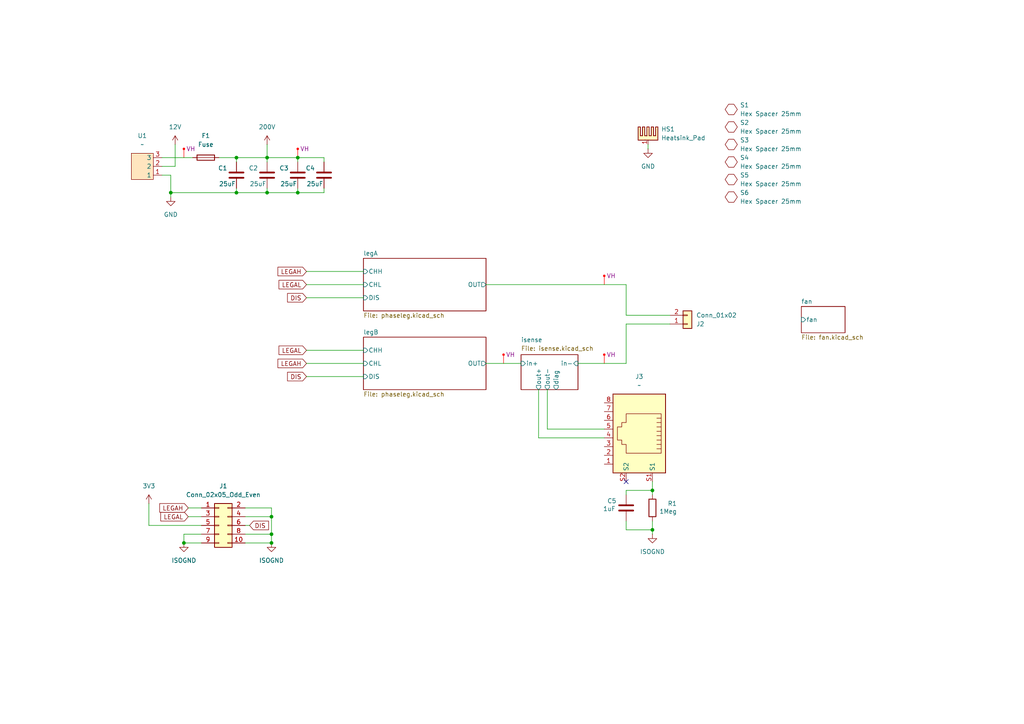
<source format=kicad_sch>
(kicad_sch (version 20250114) (generator "eeschema") (generator_version "9.0")
  (paper "A4")
  (title_block (title "MDriver2 Power Top") (date "2025-08-01") (rev "0.1"))
  (lib_symbols
    (symbol "Connector_Generic:Conn_01x02" (pin_names (offset 1.016) (hide yes))
      (property "Reference" "J" (at 0 2.54 0))
      (property "Value" "Conn_01x02" (at 0 -5.08 0))
      (symbol "Conn_01x02_1_1"
        (rectangle (start -1.27 1.27) (end 1.27 -3.81) (stroke (width 0.254)) (fill (type background)))
        (rectangle (start -1.27 0.127) (end 0 -0.127) (stroke (width 0.1524)))
        (rectangle (start -1.27 -2.413) (end 0 -2.667) (stroke (width 0.1524)))
        (pin passive line (at -5.08 0 0) (length 3.81) (name "Pin_1") (number "1"))
        (pin passive line (at -5.08 -2.54 0) (length 3.81) (name "Pin_2") (number "2"))
      )
    )
    (symbol "Connector_Generic:Conn_02x05_Odd_Even" (pin_names (offset 1.016) (hide yes))
      (property "Reference" "J" (at 1.27 7.62 0))
      (property "Value" "Conn_02x05_Odd_Even" (at 1.27 -7.62 0))
      (symbol "Conn_02x05_Odd_Even_1_1"
        (rectangle (start -1.27 6.35) (end 3.81 -6.35) (stroke (width 0.254)) (fill (type background)))
        (rectangle (start -1.27 5.207) (end 0 4.953) (stroke (width 0.1524)))
        (rectangle (start -1.27 2.667) (end 0 2.413) (stroke (width 0.1524)))
        (rectangle (start -1.27 0.127) (end 0 -0.127) (stroke (width 0.1524)))
        (rectangle (start -1.27 -2.413) (end 0 -2.667) (stroke (width 0.1524)))
        (rectangle (start -1.27 -4.953) (end 0 -5.207) (stroke (width 0.1524)))
        (rectangle (start 3.81 5.207) (end 2.54 4.953) (stroke (width 0.1524)))
        (rectangle (start 3.81 2.667) (end 2.54 2.413) (stroke (width 0.1524)))
        (rectangle (start 3.81 0.127) (end 2.54 -0.127) (stroke (width 0.1524)))
        (rectangle (start 3.81 -2.413) (end 2.54 -2.667) (stroke (width 0.1524)))
        (rectangle (start 3.81 -4.953) (end 2.54 -5.207) (stroke (width 0.1524)))
        (pin passive line (at -5.08 5.08 0) (length 3.81) (name "Pin_1") (number "1"))
        (pin passive line (at -5.08 2.54 0) (length 3.81) (name "Pin_3") (number "3"))
        (pin passive line (at -5.08 0 0) (length 3.81) (name "Pin_5") (number "5"))
        (pin passive line (at -5.08 -2.54 0) (length 3.81) (name "Pin_7") (number "7"))
        (pin passive line (at -5.08 -5.08 0) (length 3.81) (name "Pin_9") (number "9"))
        (pin passive line (at 7.62 5.08 180) (length 3.81) (name "Pin_2") (number "2"))
        (pin passive line (at 7.62 2.54 180) (length 3.81) (name "Pin_4") (number "4"))
        (pin passive line (at 7.62 0 180) (length 3.81) (name "Pin_6") (number "6"))
        (pin passive line (at 7.62 -2.54 180) (length 3.81) (name "Pin_8") (number "8"))
        (pin passive line (at 7.62 -5.08 180) (length 3.81) (name "Pin_10") (number "10"))
      )
    )
    (symbol "Device:C" (pin_numbers (hide yes)) (pin_names (offset 0.254))
      (property "Reference" "C" (at 0.635 2.54 0))
      (property "Value" "C" (at 0.635 -2.54 0))
      (symbol "C_0_1"
        (polyline (pts (xy -2.032 0.762) (xy 2.032 0.762)) (stroke (width 0.508)))
        (polyline (pts (xy -2.032 -0.762) (xy 2.032 -0.762)) (stroke (width 0.508)))
      )
      (symbol "C_1_1"
        (pin passive line (at 0 3.81 270) (length 2.794) (name "~") (number "1"))
        (pin passive line (at 0 -3.81 90) (length 2.794) (name "~") (number "2"))
      )
    )
    (symbol "Device:Fuse" (pin_numbers (hide yes)) (pin_names (offset 0))
      (property "Reference" "F" (at 2.032 0 90))
      (property "Value" "Fuse" (at -1.905 0 90))
      (symbol "Fuse_0_1"
        (rectangle (start -0.762 -2.54) (end 0.762 2.54) (stroke (width 0.254)))
        (polyline (pts (xy 0 2.54) (xy 0 -2.54)))
      )
      (symbol "Fuse_1_1"
        (pin passive line (at 0 3.81 270) (length 1.27) (name "~") (number "1"))
        (pin passive line (at 0 -3.81 90) (length 1.27) (name "~") (number "2"))
      )
    )
    (symbol "Device:R" (pin_numbers (hide yes)) (pin_names (offset 0))
      (property "Reference" "R" (at 2.032 0 90))
      (property "Value" "R" (at 0 0 90))
      (symbol "R_0_1"
        (rectangle (start -1.016 -2.54) (end 1.016 2.54) (stroke (width 0.254)))
      )
      (symbol "R_1_1"
        (pin passive line (at 0 3.81 270) (length 1.27) (name "~") (number "1"))
        (pin passive line (at 0 -3.81 90) (length 1.27) (name "~") (number "2"))
      )
    )
    (symbol "Mechanical:Heatsink_Pad" (pin_names (offset 0))
      (property "Reference" "HS" (at 0 5.715 0))
      (property "Value" "Heatsink_Pad" (at 0 3.81 0))
      (symbol "Heatsink_Pad_0_1"
        (polyline (pts (xy -0.3302 0) (xy -0.9652 0) (xy -0.9652 2.54) (xy -1.6002 2.54) (xy -1.6002 0) (xy -2.2352 0) (xy -2.2352 2.54) (xy -2.8702 2.54) (xy -2.8702 -1.27) (xy -0.9652 -1.27)) (stroke (width 0.254)) (fill (type background)))
        (polyline (pts (xy -0.3302 0) (xy -0.3302 2.54) (xy 0.3048 2.54) (xy 0.3048 0) (xy 0.9398 0) (xy 0.9398 2.54) (xy 1.5748 2.54) (xy 1.5748 0) (xy 2.2098 0) (xy 2.2098 2.54) (xy 2.8448 2.54) (xy 2.8448 -1.27) (xy -0.9652 -1.27)) (stroke (width 0.254)) (fill (type background)))
      )
      (symbol "Heatsink_Pad_1_1"
        (pin passive line (at 0 -2.54 90) (length 1.27) (name "~") (number "1"))
      )
    )
    (symbol "mdriver_symbols:RJ45"
      (property "Reference" "U" (at -9.906 13.716 0))
      (symbol "RJ45_0_1"
        (polyline (pts (xy -6.35 0.635) (xy -5.08 0.635) (xy -5.08 0.635)))
        (polyline (pts (xy -6.35 -0.635) (xy -5.08 -0.635) (xy -5.08 -0.635)))
        (polyline (pts (xy -6.35 -1.905) (xy -5.08 -1.905) (xy -5.08 -1.905)))
        (polyline (pts (xy -6.35 -3.175) (xy -5.08 -3.175) (xy -5.08 -3.175)))
        (polyline (pts (xy -6.35 -4.445) (xy -5.08 -4.445) (xy -5.08 -4.445)))
        (polyline (pts (xy -6.35 -5.715) (xy -6.35 5.715) (xy 3.81 5.715) (xy 3.81 3.175) (xy 5.08 3.175) (xy 5.08 1.905) (xy 6.35 1.905) (xy 6.35 -1.905) (xy 5.08 -1.905) (xy 5.08 -3.175) (xy 3.81 -3.175) (xy 3.81 -5.715) (xy -6.35 -5.715) (xy -6.35 -5.715)))
        (polyline (pts (xy -5.08 4.445) (xy -6.35 4.445)))
        (polyline (pts (xy -5.08 3.175) (xy -6.35 3.175)))
        (polyline (pts (xy -5.08 1.905) (xy -6.35 1.905) (xy -6.35 1.905)))
        (rectangle (start 7.62 11.43) (end -7.62 -11.43) (stroke (width 0.254)) (fill (type background)))
      )
      (symbol "RJ45_1_1"
        (pin passive line (at -3.81 -13.97 90) (length 2.54) (name "S1") (number "S1"))
        (pin passive line (at 3.81 -13.97 90) (length 2.54) (name "S2") (number "S2"))
        (pin passive line (at 10.16 8.89 180) (length 2.54) (name "~") (number "8"))
        (pin passive line (at 10.16 6.35 180) (length 2.54) (name "~") (number "7"))
        (pin passive line (at 10.16 3.81 180) (length 2.54) (name "~") (number "6"))
        (pin passive line (at 10.16 1.27 180) (length 2.54) (name "~") (number "5"))
        (pin passive line (at 10.16 -1.27 180) (length 2.54) (name "~") (number "4"))
        (pin passive line (at 10.16 -3.81 180) (length 2.54) (name "~") (number "3"))
        (pin passive line (at 10.16 -6.35 180) (length 2.54) (name "~") (number "2"))
        (pin passive line (at 10.16 -8.89 180) (length 2.54) (name "~") (number "1"))
      )
    )
    (symbol "mdriver_symbols:hex_spacer"
      (property "Reference" "S" (at 0 2.794 0))
      (symbol "hex_spacer_0_1"
        (polyline (pts (xy -0.762 1.524) (xy 0.762 1.524) (xy 1.778 0) (xy 0.762 -1.524) (xy -0.762 -1.524) (xy -1.778 0) (xy -0.762 1.524)))
      )
    )
    (symbol "mdriver_symbols:power_connector_3pin"
      (property "Reference" "U" (at -2.032 4.826 0))
      (symbol "power_connector_3pin_1_1"
        (rectangle (start 0 3.81) (end 6.35 -3.81) (fill (type color) (color 255 229 191 1)))
        (pin input line (at -2.54 2.54 0) (length 2.54) (name "1") (number "1"))
        (pin input line (at -2.54 0 0) (length 2.54) (name "2") (number "2"))
        (pin input line (at -2.54 -2.54 0) (length 2.54) (name "3") (number "3"))
      )
    )
    (symbol "power:+3V3" (power) (pin_numbers (hide yes)) (pin_names (offset 0) (hide yes))
      (property "Value" "+3V3" (at 0 3.556 0))
      (symbol "+3V3_0_1"
        (polyline (pts (xy -0.762 1.27) (xy 0 2.54)))
        (polyline (pts (xy 0 2.54) (xy 0.762 1.27)))
        (polyline (pts (xy 0 0) (xy 0 2.54)))
      )
      (symbol "+3V3_1_1"
        (pin power_in line (at 0 0 90) (length 0) (name "~") (number "1"))
      )
    )
    (symbol "power:GND" (power) (pin_numbers (hide yes)) (pin_names (offset 0) (hide yes))
      (property "Value" "GND" (at 0 -3.81 0))
      (symbol "GND_0_1"
        (polyline (pts (xy 0 0) (xy 0 -1.27) (xy 1.27 -1.27) (xy 0 -2.54) (xy -1.27 -1.27) (xy 0 -1.27)))
      )
      (symbol "GND_1_1"
        (pin power_in line (at 0 0 270) (length 0) (name "~") (number "1"))
      )
    )
    (symbol "power:VDD" (power) (pin_numbers (hide yes)) (pin_names (offset 0) (hide yes))
      (property "Value" "VDD" (at 0 3.556 0))
      (symbol "VDD_0_1"
        (polyline (pts (xy -0.762 1.27) (xy 0 2.54)))
        (polyline (pts (xy 0 2.54) (xy 0.762 1.27)))
        (polyline (pts (xy 0 0) (xy 0 2.54)))
      )
      (symbol "VDD_1_1"
        (pin power_in line (at 0 0 90) (length 0) (name "~") (number "1"))
      )
    )
  )
  (junction (at 78.74 149.86))
  (junction (at 68.58 45.72))
  (junction (at 86.36 55.88))
  (junction (at 53.34 157.48))
  (junction (at 78.74 154.94))
  (junction (at 86.36 45.72))
  (junction (at 68.58 55.88))
  (junction (at 49.53 55.88))
  (junction (at 77.47 45.72))
  (junction (at 77.47 55.88))
  (junction (at 189.23 153.67))
  (junction (at 189.23 142.24))
  (junction (at 78.74 157.48))
  (no_connect (at 181.61 139.7))
  (wire (pts (xy 93.98 45.72) (xy 86.36 45.72)))
  (wire (pts (xy 194.31 93.98) (xy 181.61 93.98)))
  (wire (pts (xy 88.9 82.55) (xy 105.41 82.55)))
  (wire (pts (xy 181.61 142.24) (xy 189.23 142.24)))
  (wire (pts (xy 78.74 149.86) (xy 78.74 154.94)))
  (wire (pts (xy 54.61 147.32) (xy 58.42 147.32)))
  (wire (pts (xy 181.61 142.24) (xy 181.61 143.51)))
  (wire (pts (xy 140.97 82.55) (xy 181.61 82.55)))
  (wire (pts (xy 88.9 105.41) (xy 105.41 105.41)))
  (wire (pts (xy 50.8 48.26) (xy 50.8 41.91)))
  (wire (pts (xy 58.42 154.94) (xy 53.34 154.94)))
  (wire (pts (xy 93.98 46.99) (xy 93.98 45.72)))
  (wire (pts (xy 181.61 93.98) (xy 181.61 105.41)))
  (wire (pts (xy 167.64 105.41) (xy 181.61 105.41)))
  (wire (pts (xy 63.5 45.72) (xy 68.58 45.72)))
  (wire (pts (xy 53.34 154.94) (xy 53.34 157.48)))
  (wire (pts (xy 68.58 45.72) (xy 68.58 46.99)))
  (wire (pts (xy 78.74 154.94) (xy 78.74 157.48)))
  (wire (pts (xy 71.12 154.94) (xy 78.74 154.94)))
  (wire (pts (xy 78.74 147.32) (xy 78.74 149.86)))
  (wire (pts (xy 158.75 124.46) (xy 158.75 113.03)))
  (wire (pts (xy 53.34 157.48) (xy 58.42 157.48)))
  (wire (pts (xy 88.9 101.6) (xy 105.41 101.6)))
  (wire (pts (xy 93.98 55.88) (xy 86.36 55.88)))
  (wire (pts (xy 71.12 157.48) (xy 78.74 157.48)))
  (wire (pts (xy 77.47 54.61) (xy 77.47 55.88)))
  (wire (pts (xy 181.61 151.13) (xy 181.61 153.67)))
  (wire (pts (xy 175.26 127) (xy 156.21 127)))
  (wire (pts (xy 86.36 45.72) (xy 86.36 46.99)))
  (wire (pts (xy 189.23 151.13) (xy 189.23 153.67)))
  (wire (pts (xy 88.9 86.36) (xy 105.41 86.36)))
  (wire (pts (xy 181.61 153.67) (xy 189.23 153.67)))
  (wire (pts (xy 43.18 146.05) (xy 43.18 152.4)))
  (wire (pts (xy 175.26 124.46) (xy 158.75 124.46)))
  (wire (pts (xy 71.12 147.32) (xy 78.74 147.32)))
  (wire (pts (xy 49.53 55.88) (xy 68.58 55.88)))
  (wire (pts (xy 88.9 78.74) (xy 105.41 78.74)))
  (wire (pts (xy 58.42 152.4) (xy 43.18 152.4)))
  (wire (pts (xy 71.12 152.4) (xy 72.39 152.4)))
  (wire (pts (xy 181.61 82.55) (xy 181.61 91.44)))
  (wire (pts (xy 189.23 139.7) (xy 189.23 142.24)))
  (wire (pts (xy 156.21 127) (xy 156.21 113.03)))
  (wire (pts (xy 181.61 91.44) (xy 194.31 91.44)))
  (wire (pts (xy 86.36 54.61) (xy 86.36 55.88)))
  (wire (pts (xy 71.12 149.86) (xy 78.74 149.86)))
  (wire (pts (xy 187.96 41.91) (xy 187.96 43.18)))
  (wire (pts (xy 49.53 55.88) (xy 49.53 57.15)))
  (wire (pts (xy 86.36 45.72) (xy 77.47 45.72)))
  (wire (pts (xy 189.23 143.51) (xy 189.23 142.24)))
  (wire (pts (xy 140.97 105.41) (xy 151.13 105.41)))
  (wire (pts (xy 68.58 54.61) (xy 68.58 55.88)))
  (wire (pts (xy 77.47 45.72) (xy 77.47 46.99)))
  (wire (pts (xy 49.53 50.8) (xy 49.53 55.88)))
  (wire (pts (xy 46.99 45.72) (xy 55.88 45.72)))
  (wire (pts (xy 46.99 48.26) (xy 50.8 48.26)))
  (wire (pts (xy 77.47 41.91) (xy 77.47 45.72)))
  (wire (pts (xy 54.61 149.86) (xy 58.42 149.86)))
  (wire (pts (xy 93.98 54.61) (xy 93.98 55.88)))
  (wire (pts (xy 46.99 50.8) (xy 49.53 50.8)))
  (wire (pts (xy 77.47 45.72) (xy 68.58 45.72)))
  (wire (pts (xy 88.9 109.22) (xy 105.41 109.22)))
  (wire (pts (xy 77.47 55.88) (xy 68.58 55.88)))
  (wire (pts (xy 189.23 153.67) (xy 189.23 154.94)))
  (wire (pts (xy 77.47 55.88) (xy 86.36 55.88)))
  (global_label "DIS" (shape input) (at 88.9 86.36 180) (property "Intersheetrefs" "${INTERSHEET_REFS}" (effects (hide yes))))
  (global_label "DIS" (shape input) (at 72.39 152.4 0) (property "Intersheetrefs" "${INTERSHEET_REFS}" (effects (hide yes))))
  (global_label "LEGAH" (shape input) (at 88.9 105.41 180) (property "Intersheetrefs" "${INTERSHEET_REFS}" (effects (hide yes))))
  (global_label "LEGAL" (shape input) (at 88.9 82.55 180) (property "Intersheetrefs" "${INTERSHEET_REFS}" (effects (hide yes))))
  (global_label "DIS" (shape input) (at 88.9 109.22 180) (property "Intersheetrefs" "${INTERSHEET_REFS}" (effects (hide yes))))
  (global_label "LEGAL" (shape input) (at 88.9 101.6 180) (property "Intersheetrefs" "${INTERSHEET_REFS}" (effects (hide yes))))
  (global_label "LEGAH" (shape input) (at 54.61 147.32 180) (property "Intersheetrefs" "${INTERSHEET_REFS}" (effects (hide yes))))
  (global_label "LEGAL" (shape input) (at 54.61 149.86 180) (property "Intersheetrefs" "${INTERSHEET_REFS}" (effects (hide yes))))
  (global_label "LEGAH" (shape input) (at 88.9 78.74 180) (property "Intersheetrefs" "${INTERSHEET_REFS}" (effects (hide yes))))
  (netclass_flag "" (length 2.54) (shape dot) (at 175.26 105.41 0) (property "Netclass" "VH" (at 175.9585 102.87 0) (effects (justify left))))
  (netclass_flag "" (length 2.54) (shape dot) (at 175.26 82.55 0) (property "Netclass" "VH" (at 175.9585 80.01 0) (effects (justify left))))
  (netclass_flag "" (length 2.54) (shape dot) (at 146.05 105.41 0) (property "Netclass" "VH" (at 146.7485 102.87 0) (effects (justify left))))
  (netclass_flag "" (length 2.54) (shape dot) (at 53.34 45.72 0) (property "Netclass" "VH" (at 54.0385 43.18 0) (effects (justify left))))
  (netclass_flag "" (length 2.54) (shape dot) (at 86.36 45.72 0) (property "Netclass" "VH" (at 87.0585 43.18 0) (effects (justify left))))
  (symbol (lib_id "power:GND") (at 53.34 157.48 0) (unit 1)
    (property "Reference" "#PWR04" (effects (hide yes)))
    (property "Value" "ISOGND" (at 53.34 162.56 0))
    (property "Description" "Power symbol creates a global label with name \"GND\" , ground" (effects (hide yes)))
  )
  (symbol (lib_id "power:GND") (at 49.53 57.15 0) (unit 1)
    (property "Reference" "#PWR02" (effects (hide yes)))
    (property "Value" "GND" (at 49.53 62.23 0))
    (property "Description" "Power symbol creates a global label with name \"GND\" , ground" (effects (hide yes)))
  )
  (symbol (lib_id "mdriver_symbols:hex_spacer") (at 212.09 52.07 0) (unit 1) (in_bom no)
    (property "Reference" "S5" (at 214.63 50.7999 0) (effects (justify left)))
    (property "Value" "Hex Spacer 25mm" (at 214.63 53.3399 0) (effects (justify left)))
    (property "Footprint" "mdriver:hex_spacer" (effects (hide yes)))
    (property "Description" "HEX STANDOFF M3 NYLON 25MM" (effects (hide yes)))
    (property "Partno" "25506" (effects (hide yes)))
  )
  (symbol (lib_id "Device:C") (at 68.58 50.8 0) (unit 1)
    (property "Reference" "C1" (at 63.246 48.768 0) (effects (justify left)))
    (property "Value" "25uF" (at 63.5 53.34 0) (effects (justify left)))
    (property "Footprint" "mdriver:film_cap_25uF" (effects (hide yes)))
    (property "Description" "FILM CAPACITORS 450V 25UF 10% ES" (effects (hide yes)))
    (property "Partno" "FB37F38I0256KC" (effects (hide yes)))
  )
  (symbol (lib_id "Device:C") (at 77.47 50.8 0) (unit 1)
    (property "Reference" "C2" (at 72.136 48.768 0) (effects (justify left)))
    (property "Value" "25uF" (at 72.39 53.34 0) (effects (justify left)))
    (property "Footprint" "mdriver:film_cap_25uF" (effects (hide yes)))
    (property "Description" "FILM CAPACITORS 450V 25UF 10% ES" (effects (hide yes)))
    (property "Partno" "FB37F38I0256KC" (effects (hide yes)))
  )
  (symbol (lib_id "power:VDD") (at 77.47 41.91 0) (unit 1)
    (property "Reference" "#PWR05" (effects (hide yes)))
    (property "Value" "200V" (at 77.47 36.83 0))
    (property "Description" "Power symbol creates a global label with name \"VDD\"" (effects (hide yes)))
  )
  (symbol (lib_id "Device:Fuse") (at 59.69 45.72 90) (unit 1) (in_bom no)
    (property "Reference" "F1" (at 59.69 39.37 90))
    (property "Value" "Fuse" (at 59.69 41.91 90))
    (property "Footprint" "mdriver:fuse" (effects (hide yes)))
    (property "Description" "Fuse Block 10 A 500V 1 Circuit Cartridge Surface Mount" (effects (hide yes)))
    (property "Partno" "0031.8225" (effects (hide yes)))
  )
  (symbol (lib_id "Device:C") (at 181.61 147.32 0) (mirror y) (unit 1)
    (property "Reference" "C5" (at 178.816 145.288 0) (effects (justify left)))
    (property "Value" "1uF" (at 178.562 147.574 0) (effects (justify left)))
    (property "Footprint" "Capacitor_SMD:C_0603_1608Metric" (effects (hide yes)))
    (property "Description" "Ceramic Capacitor, Multilayer, Ceramic, 25V, 10% +Tol, 10% -Tol, X7R, 15% TC, 1uF, Surface Mount, 0603" (effects (hide yes)))
    (property "Partno" "C0603C105K3RACTU" (effects (hide yes)))
  )
  (symbol (lib_id "power:GND") (at 187.96 43.18 0) (unit 1)
    (property "Reference" "#PWR07" (effects (hide yes)))
    (property "Value" "GND" (at 187.96 48.26 0))
    (property "Description" "Power symbol creates a global label with name \"GND\" , ground" (effects (hide yes)))
  )
  (symbol (lib_id "mdriver_symbols:hex_spacer") (at 212.09 36.83 0) (unit 1) (in_bom no)
    (property "Reference" "S2" (at 214.63 35.5599 0) (effects (justify left)))
    (property "Value" "Hex Spacer 25mm" (at 214.63 38.0999 0) (effects (justify left)))
    (property "Footprint" "mdriver:hex_spacer" (effects (hide yes)))
    (property "Description" "HEX STANDOFF M3 NYLON 25MM" (effects (hide yes)))
    (property "Partno" "25506" (effects (hide yes)))
  )
  (symbol (lib_id "mdriver_symbols:hex_spacer") (at 212.09 41.91 0) (unit 1) (in_bom no)
    (property "Reference" "S3" (at 214.63 40.6399 0) (effects (justify left)))
    (property "Value" "Hex Spacer 25mm" (at 214.63 43.1799 0) (effects (justify left)))
    (property "Footprint" "mdriver:hex_spacer" (effects (hide yes)))
    (property "Description" "HEX STANDOFF M3 NYLON 25MM" (effects (hide yes)))
    (property "Partno" "25506" (effects (hide yes)))
  )
  (symbol (lib_id "power:+3V3") (at 43.18 146.05 0) (unit 1)
    (property "Reference" "#PWR01" (effects (hide yes)))
    (property "Value" "3V3" (at 43.18 140.97 0))
    (property "Description" "Power symbol creates a global label with name \"+3V3\"" (effects (hide yes)))
  )
  (symbol (lib_id "power:GND") (at 78.74 157.48 0) (unit 1)
    (property "Reference" "#PWR06" (effects (hide yes)))
    (property "Value" "ISOGND" (at 78.74 162.56 0))
    (property "Description" "Power symbol creates a global label with name \"GND\" , ground" (effects (hide yes)))
  )
  (symbol (lib_id "mdriver_symbols:hex_spacer") (at 212.09 46.99 0) (unit 1) (in_bom no)
    (property "Reference" "S4" (at 214.63 45.7199 0) (effects (justify left)))
    (property "Value" "Hex Spacer 25mm" (at 214.63 48.2599 0) (effects (justify left)))
    (property "Footprint" "mdriver:hex_spacer" (effects (hide yes)))
    (property "Description" "HEX STANDOFF M3 NYLON 25MM" (effects (hide yes)))
    (property "Partno" "25506" (effects (hide yes)))
  )
  (symbol (lib_id "Connector_Generic:Conn_02x05_Odd_Even") (at 63.5 152.4 0) (unit 1)
    (property "Reference" "J1" (at 64.77 140.97 0))
    (property "Value" "Conn_02x05_Odd_Even" (at 64.77 143.51 0))
    (property "Footprint" "mdriver:10pin_data_connector" (effects (hide yes)))
    (property "Datasheet" "https://www.digikey.com/en/products/detail/cnc-tech/3010-10-003-13-00/3882790" (effects (hide yes)))
    (property "Description" "Generic connector, double row, 02x05, odd/even pin numbering scheme (row 1 odd numbers, row 2 even numbers), script generated (kicad-library-utils/schlib/autogen/connector/)" (effects (hide yes)))
    (property "Partno" "3010-10-003-13-00" (effects (hide yes)))
  )
  (symbol (lib_id "Device:R") (at 189.23 147.32 0) (mirror y) (unit 1)
    (property "Reference" "R1" (at 196.342 146.05 0) (effects (justify left)))
    (property "Value" "1Meg" (at 196.342 148.336 0) (effects (justify left)))
    (property "Footprint" "Resistor_SMD:R_0402_1005Metric" (effects (hide yes)))
    (property "Description" "63mW Thick Film Resistors 75V ±1% ±100ppm/℃ 1MΩ 0402 Chip Resistor - Surface Mount ROHS" (effects (hide yes)))
    (property "Partno" "CRCW04021M00FKED" (effects (hide yes)))
  )
  (symbol (lib_id "mdriver_symbols:hex_spacer") (at 212.09 57.15 0) (unit 1) (in_bom no)
    (property "Reference" "S6" (at 214.63 55.8799 0) (effects (justify left)))
    (property "Value" "Hex Spacer 25mm" (at 214.63 58.4199 0) (effects (justify left)))
    (property "Footprint" "mdriver:hex_spacer" (effects (hide yes)))
    (property "Description" "HEX STANDOFF M3 NYLON 25MM" (effects (hide yes)))
    (property "Partno" "25506" (effects (hide yes)))
  )
  (symbol (lib_id "Device:C") (at 86.36 50.8 0) (unit 1)
    (property "Reference" "C3" (at 81.026 48.768 0) (effects (justify left)))
    (property "Value" "25uF" (at 81.28 53.34 0) (effects (justify left)))
    (property "Footprint" "mdriver:film_cap_25uF" (effects (hide yes)))
    (property "Description" "FILM CAPACITORS 450V 25UF 10% ES" (effects (hide yes)))
    (property "Partno" "FB37F38I0256KC" (effects (hide yes)))
  )
  (symbol (lib_id "mdriver_symbols:power_connector_3pin") (at 44.45 48.26 180) (unit 1)
    (property "Reference" "U1" (at 41.275 39.37 0))
    (property "Value" "~" (at 41.275 41.91 0))
    (property "Footprint" "mdriver:CONN_1148070000_WED" (effects (hide yes)))
    (property "Description" "TERM BLOCK HDR 3POS 5.08MM" (effects (hide yes)))
    (property "Partno" "1148070000" (effects (hide yes)))
  )
  (symbol (lib_id "mdriver_symbols:RJ45") (at 185.42 125.73 0) (mirror y) (unit 1)
    (property "Reference" "J3" (at 185.42 109.22 0))
    (property "Value" "~" (at 185.42 111.76 0))
    (property "Footprint" "mdriver:J_Wurth_WR-MJ_634008149821" (effects (hide yes)))
    (property "Datasheet" "https://octopart.com/datasheet/634008149821-wurth+elektronik-52676018" (effects (hide yes)))
    (property "Description" "Modular Jack WR-MJ, Tab Up, Shielded, Horizontal Entry, SMT, 8P8C" (effects (hide yes)))
    (property "Partno" "634008149821" (effects (hide yes)))
  )
  (symbol (lib_id "Connector_Generic:Conn_01x02") (at 199.39 93.98 0) (mirror x) (unit 1)
    (property "Reference" "J2" (at 201.93 93.9801 0) (effects (justify left)))
    (property "Value" "Conn_01x02" (at 201.93 91.4401 0) (effects (justify left)))
    (property "Footprint" "mdriver:weidmuller_20A_2pin" (effects (hide yes)))
    (property "Datasheet" "https://www.digikey.in/en/products/detail/weidm%C3%BCller/1148030000/4017500" (effects (hide yes)))
    (property "Description" "Generic connector, single row, 01x02, script generated (kicad-library-utils/schlib/autogen/connector/)" (effects (hide yes)))
    (property "Partno" "1148030000" (effects (hide yes)))
  )
  (symbol (lib_id "power:VDD") (at 50.8 41.91 0) (unit 1)
    (property "Reference" "#PWR03" (effects (hide yes)))
    (property "Value" "12V" (at 50.8 36.83 0))
    (property "Description" "Power symbol creates a global label with name \"VDD\"" (effects (hide yes)))
  )
  (symbol (lib_id "Mechanical:Heatsink_Pad") (at 187.96 39.37 0) (unit 1) (in_bom no)
    (property "Reference" "HS1" (at 191.77 37.4649 0) (effects (justify left)))
    (property "Value" "Heatsink_Pad" (at 191.77 40.0049 0) (effects (justify left)))
    (property "Footprint" "mdriver:heatsink_assman" (effects (hide yes)))
    (property "Datasheet" "https://www.digikey.com/en/products/detail/assmann-wsw-components/V5583K/3511453" (effects (hide yes)))
    (property "Description" "Heatsink with electrical connection, 1 pin" (effects (hide yes)))
    (property "Partno" "V5583K" (effects (hide yes)))
  )
  (symbol (lib_id "power:GND") (at 189.23 154.94 0) (mirror y) (unit 1)
    (property "Reference" "#PWR08" (effects (hide yes)))
    (property "Value" "ISOGND" (at 189.23 160.02 0))
    (property "Description" "Power symbol creates a global label with name \"GND\" , ground" (effects (hide yes)))
  )
  (symbol (lib_id "mdriver_symbols:hex_spacer") (at 212.09 31.75 0) (unit 1) (in_bom no)
    (property "Reference" "S1" (at 214.63 30.4799 0) (effects (justify left)))
    (property "Value" "Hex Spacer 25mm" (at 214.63 33.0199 0) (effects (justify left)))
    (property "Footprint" "mdriver:hex_spacer" (effects (hide yes)))
    (property "Description" "HEX STANDOFF M3 NYLON 25MM" (effects (hide yes)))
    (property "Partno" "25506" (effects (hide yes)))
  )
  (symbol (lib_id "Device:C") (at 93.98 50.8 0) (unit 1)
    (property "Reference" "C4" (at 88.646 48.768 0) (effects (justify left)))
    (property "Value" "25uF" (at 88.9 53.34 0) (effects (justify left)))
    (property "Footprint" "mdriver:film_cap_25uF" (effects (hide yes)))
    (property "Description" "FILM CAPACITORS 450V 25UF 10% ES" (effects (hide yes)))
    (property "Partno" "FB37F38I0256KC" (effects (hide yes)))
  )
  (sheet (at 105.41 74.93) (size 35.56 15.24) (stroke (width 0.1524))
    (property "Sheetname" "legA" (at 105.41 74.2184 0) (effects (justify left bottom)))
    (property "Sheetfile" "phaseleg.kicad_sch" (at 105.41 90.7546 0) (effects (justify left top)))
    (pin "OUT" output (at 140.97 82.55 0))
    (pin "CHH" input (at 105.41 78.74 180))
    (pin "CHL" input (at 105.41 82.55 180))
    (pin "DIS" input (at 105.41 86.36 180))
  )
  (sheet (at 105.41 97.79) (size 35.56 15.24) (stroke (width 0.1524))
    (property "Sheetname" "legB" (at 105.41 97.0784 0) (effects (justify left bottom)))
    (property "Sheetfile" "phaseleg.kicad_sch" (at 105.41 113.6146 0) (effects (justify left top)))
    (pin "OUT" output (at 140.97 105.41 0))
    (pin "CHH" input (at 105.41 101.6 180))
    (pin "CHL" input (at 105.41 105.41 180))
    (pin "DIS" input (at 105.41 109.22 180))
  )
  (sheet (at 232.41 88.9) (size 12.7 7.62) (stroke (width 0.1524))
    (property "Sheetname" "fan" (at 232.41 88.1884 0) (effects (justify left bottom)))
    (property "Sheetfile" "fan.kicad_sch" (at 232.41 97.1046 0) (effects (justify left top)))
    (pin "fan" input (at 232.41 92.71 180))
  )
  (sheet (at 151.13 102.87) (size 16.51 10.16) (stroke (width 0.1524))
    (property "Sheetname" "isense" (at 151.13 99.314 0) (effects (justify left bottom)))
    (property "Sheetfile" "isense.kicad_sch" (at 151.13 100.33 0) (effects (justify left top)))
    (pin "in+" input (at 151.13 105.41 180))
    (pin "in-" input (at 167.64 105.41 0))
    (pin "out-" output (at 158.75 113.03 270))
    (pin "diag" output (at 161.29 113.03 270))
    (pin "out+" output (at 156.21 113.03 270))
  )
)
</source>
